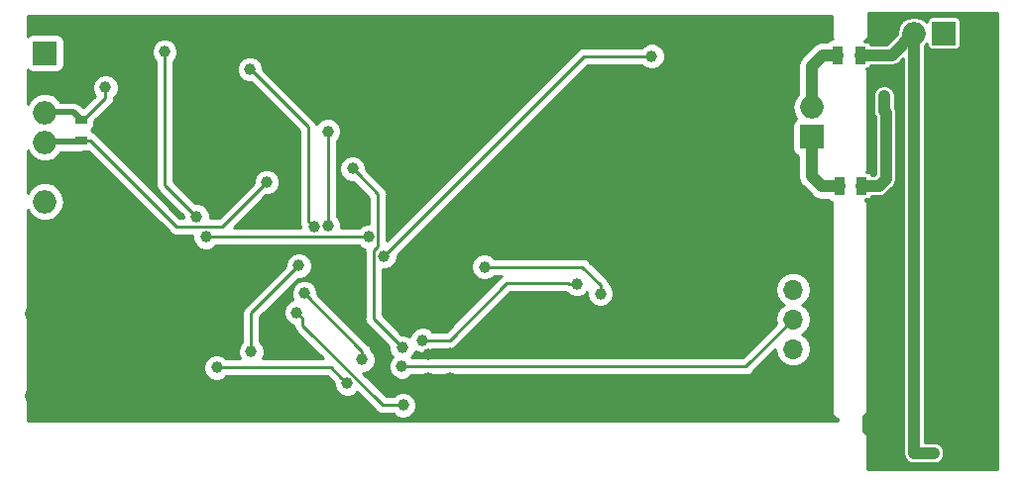
<source format=gbr>
%TF.GenerationSoftware,KiCad,Pcbnew,(6.0.0-rc1-dev-233-g53236a383)*%
%TF.CreationDate,2018-10-19T16:41:34+02:00*%
%TF.ProjectId,LEOLED_rev1,4C454F4C45445F726576312E6B696361,1*%
%TF.SameCoordinates,Original*%
%TF.FileFunction,Copper,L2,Bot,Signal*%
%TF.FilePolarity,Positive*%
%FSLAX46Y46*%
G04 Gerber Fmt 4.6, Leading zero omitted, Abs format (unit mm)*
G04 Created by KiCad (PCBNEW (6.0.0-rc1-dev-233-g53236a383)) date 10/19/18 16:41:34*
%MOMM*%
%LPD*%
G01*
G04 APERTURE LIST*
%ADD10C,3.500000*%
%ADD11R,1.998980X1.998980*%
%ADD12O,1.998980X1.998980*%
%ADD13R,0.970000X1.500000*%
%ADD14O,1.900000X1.200000*%
%ADD15C,1.450000*%
%ADD16O,1.700000X1.700000*%
%ADD17R,1.700000X1.700000*%
%ADD18R,1.000000X0.670000*%
%ADD19R,2.400000X0.840000*%
%ADD20C,0.500000*%
%ADD21C,1.000000*%
%ADD22C,0.250000*%
%ADD23C,0.500000*%
%ADD24C,0.254000*%
%ADD25C,1.000000*%
%ADD26C,0.300000*%
G04 APERTURE END LIST*
D10*
X81280000Y23799800D03*
X66065400Y6781800D03*
X64693800Y36703000D03*
X3454400Y18186400D03*
X81280000Y4368800D03*
D11*
X78994000Y37744400D03*
D12*
X76454000Y37744400D03*
D13*
X71943600Y24672800D03*
X70033600Y24672800D03*
X71843600Y35872800D03*
X69933600Y35872800D03*
D11*
X67688600Y28872800D03*
D12*
X67688600Y31412800D03*
X2184400Y23368000D03*
X2184400Y25908000D03*
X2184400Y30988000D03*
X2184400Y33528000D03*
D11*
X2184400Y36068000D03*
D12*
X2184400Y28448000D03*
D14*
X1388600Y6772800D03*
X1388600Y13772800D03*
D15*
X4088600Y7772800D03*
X4088600Y12772800D03*
D16*
X66088600Y10752800D03*
X66088600Y13292800D03*
X66088600Y15832800D03*
D17*
X66088600Y18372800D03*
D18*
X5288600Y30347800D03*
X5288600Y28597800D03*
D19*
X18384117Y26272279D03*
D20*
X18384117Y26272279D03*
X17434117Y26272279D03*
X19334117Y26272279D03*
D21*
X7458600Y34822800D03*
X16133596Y31772800D03*
X48358600Y23382800D03*
X36818600Y10332800D03*
X34913600Y10262800D03*
X36818600Y8227800D03*
X34913600Y8227800D03*
X27928600Y24229800D03*
X27928600Y22705800D03*
X29833600Y29055800D03*
X29833600Y30579800D03*
X28309600Y30579800D03*
X21128600Y25012800D03*
X49645600Y15487800D03*
X39739600Y17752800D03*
X19800600Y10513800D03*
X23864600Y17879800D03*
X12418600Y36172800D03*
X15128600Y22072800D03*
X73902600Y31087800D03*
X73902600Y32357800D03*
X82538600Y37437800D03*
X82538600Y35437800D03*
X82538600Y33437800D03*
X82538600Y31437800D03*
X82538600Y29437800D03*
X82538600Y27437800D03*
X82538600Y19437800D03*
X82538600Y17437800D03*
X82538600Y15437800D03*
X82538600Y13437800D03*
X82538600Y11437800D03*
X82538600Y9437800D03*
X82538600Y7437800D03*
X80633600Y13437800D03*
X80633600Y17437800D03*
X80633600Y11437800D03*
X80633600Y7437800D03*
X80633600Y9437800D03*
X80633600Y19437800D03*
X80633600Y15437800D03*
X76448600Y1812800D03*
X78128600Y1812800D03*
X7348600Y33122800D03*
X47638600Y16312800D03*
X34448600Y11512800D03*
X32668600Y9262800D03*
X23698600Y13882800D03*
X32799327Y5944078D03*
X24348600Y15512800D03*
X29298600Y9842800D03*
X16858600Y9152800D03*
X28010793Y7794993D03*
X26362847Y21285183D03*
X26368600Y29362800D03*
X32698600Y10882800D03*
X28471742Y26171528D03*
X25168600Y21167800D03*
X19688600Y34672800D03*
X29818600Y20342800D03*
X15955600Y20342800D03*
X54018600Y35782800D03*
X31148600Y18692800D03*
D22*
X48358600Y23382800D02*
X48848600Y23872800D01*
D23*
X5143600Y28452800D02*
X5288600Y28597800D01*
X2188600Y28452800D02*
X5143600Y28452800D01*
D24*
X13394601Y21245799D02*
X17361599Y21245799D01*
X5288600Y28597800D02*
X6042600Y28597800D01*
X6042600Y28597800D02*
X13394601Y21245799D01*
X17361599Y21245799D02*
X21128600Y25012800D01*
D22*
X49645600Y16194906D02*
X48087706Y17752800D01*
X49645600Y15487800D02*
X49645600Y16194906D01*
X48087706Y17752800D02*
X39739600Y17752800D01*
X19800600Y10513800D02*
X19800600Y11220906D01*
X19800600Y11220906D02*
X19800600Y13815800D01*
X19800600Y13815800D02*
X23864600Y17879800D01*
D24*
X12418600Y36172800D02*
X12418600Y24782800D01*
X12418600Y24782800D02*
X14628601Y22572799D01*
X14628601Y22572799D02*
X15128600Y22072800D01*
D25*
X73428600Y24672800D02*
X74029600Y25273800D01*
X71943600Y24672800D02*
X73428600Y24672800D01*
X74029600Y25273800D02*
X74029600Y30960800D01*
X74029600Y30960800D02*
X73902600Y31087800D01*
X73902600Y31087800D02*
X73902600Y31794906D01*
X73902600Y31794906D02*
X73902600Y32357800D01*
X76448600Y37772800D02*
X76448600Y1812800D01*
X78128600Y1812800D02*
X76448600Y1812800D01*
X74548600Y35872800D02*
X76448600Y37772800D01*
X71843600Y35872800D02*
X74548600Y35872800D01*
D23*
X4643600Y30992800D02*
X5288600Y30347800D01*
X2188600Y30992800D02*
X4643600Y30992800D01*
D24*
X5453600Y30347800D02*
X5288600Y30347800D01*
X7348600Y32242800D02*
X5453600Y30347800D01*
X7348600Y33122800D02*
X7348600Y32242800D01*
D22*
X46931494Y16312800D02*
X46851494Y16392800D01*
X47638600Y16312800D02*
X46931494Y16312800D01*
X46851494Y16392800D02*
X41638600Y16392800D01*
X41638600Y16392800D02*
X36758600Y11512800D01*
X36758600Y11512800D02*
X34448600Y11512800D01*
X62058600Y9262800D02*
X66088600Y13292800D01*
X32668600Y9262800D02*
X62058600Y9262800D01*
D24*
X31031278Y5944078D02*
X32092221Y5944078D01*
X23698600Y13882800D02*
X24198599Y13382801D01*
X24198599Y12776757D02*
X31031278Y5944078D01*
X24198599Y13382801D02*
X24198599Y12776757D01*
X32092221Y5944078D02*
X32799327Y5944078D01*
X24348600Y15512800D02*
X29298600Y10562800D01*
X29298600Y10562800D02*
X29298600Y10549906D01*
X29298600Y10549906D02*
X29298600Y9842800D01*
X27510794Y8294992D02*
X28010793Y7794993D01*
X26652986Y9152800D02*
X27510794Y8294992D01*
X16858600Y9152800D02*
X26652986Y9152800D01*
D22*
X26362847Y21285183D02*
X26362847Y29357047D01*
X26362847Y29357047D02*
X26368600Y29362800D01*
X32698600Y10882800D02*
X30243599Y13337801D01*
X30643601Y19548803D02*
X30643601Y23999669D01*
X30243599Y19148801D02*
X30643601Y19548803D01*
X30243599Y13337801D02*
X30243599Y19148801D01*
X28971741Y25671529D02*
X28471742Y26171528D01*
X30643601Y23999669D02*
X28971741Y25671529D01*
X24668601Y21667799D02*
X24668601Y29742799D01*
X25168600Y21167800D02*
X24668601Y21667799D01*
X24668601Y29742799D02*
X19738600Y34672800D01*
X19738600Y34672800D02*
X19688600Y34672800D01*
X15788600Y20342800D02*
X15955600Y20342800D01*
X29818600Y20342800D02*
X15955600Y20342800D01*
X48238600Y35782800D02*
X31648599Y19192799D01*
X31648599Y19192799D02*
X31148600Y18692800D01*
X54018600Y35782800D02*
X48238600Y35782800D01*
D25*
X67688600Y26873310D02*
X67679600Y26864310D01*
X67688600Y28872800D02*
X67688600Y26873310D01*
X67688600Y25532800D02*
X67688600Y26873310D01*
X68548600Y24672800D02*
X67688600Y25532800D01*
X70033600Y24672800D02*
X68548600Y24672800D01*
X69933600Y35872800D02*
X68609600Y35872800D01*
X67688600Y34951800D02*
X67688600Y31412800D01*
X68609600Y35872800D02*
X67688600Y34951800D01*
D24*
G36*
X69378601Y37642730D02*
X69364691Y37572800D01*
X69419795Y37295772D01*
X69438233Y37268178D01*
X69200835Y37220957D01*
X68990791Y37080609D01*
X68942141Y37007800D01*
X68721383Y37007800D01*
X68609600Y37030035D01*
X68497817Y37007800D01*
X68166745Y36941946D01*
X67791311Y36691089D01*
X67727989Y36596321D01*
X66965081Y35833413D01*
X66870311Y35770089D01*
X66654890Y35447688D01*
X66619454Y35394654D01*
X66531365Y34951800D01*
X66553600Y34840017D01*
X66553601Y32620201D01*
X66510199Y32591201D01*
X66148945Y32050546D01*
X66022089Y31412800D01*
X66148945Y30775054D01*
X66379907Y30429395D01*
X66231301Y30330099D01*
X66090953Y30120055D01*
X66041670Y29872290D01*
X66041670Y27873310D01*
X66090953Y27625545D01*
X66231301Y27415501D01*
X66441345Y27275153D01*
X66553601Y27252824D01*
X66553601Y27021344D01*
X66522365Y26864310D01*
X66553600Y26707281D01*
X66553600Y25644583D01*
X66531365Y25532800D01*
X66612760Y25123600D01*
X66619454Y25089946D01*
X66870311Y24714511D01*
X66965081Y24651187D01*
X67666989Y23949279D01*
X67730311Y23854511D01*
X67956866Y23703132D01*
X68105745Y23603654D01*
X68548600Y23515565D01*
X68660383Y23537800D01*
X69042141Y23537800D01*
X69090791Y23464991D01*
X69300835Y23324643D01*
X69410449Y23302840D01*
X69364691Y23072800D01*
X69378601Y23002869D01*
X69378600Y5542726D01*
X69364691Y5472800D01*
X69419795Y5195772D01*
X69576719Y4960919D01*
X69803965Y4809078D01*
X69811572Y4803995D01*
X69861600Y4794044D01*
X69861600Y4599800D01*
X698600Y4599800D01*
X698600Y9378566D01*
X15723600Y9378566D01*
X15723600Y8927034D01*
X15896393Y8509874D01*
X16215674Y8190593D01*
X16632834Y8017800D01*
X17084366Y8017800D01*
X17501526Y8190593D01*
X17701733Y8390800D01*
X26337356Y8390800D01*
X26875793Y7852362D01*
X26875793Y7569227D01*
X27048586Y7152067D01*
X27367867Y6832786D01*
X27785027Y6659993D01*
X28236559Y6659993D01*
X28653719Y6832786D01*
X28859329Y7038396D01*
X30439396Y5458329D01*
X30481907Y5394707D01*
X30545529Y5352196D01*
X30733959Y5226291D01*
X30733960Y5226291D01*
X30733961Y5226290D01*
X30956230Y5182078D01*
X30956234Y5182078D01*
X31031277Y5167151D01*
X31106320Y5182078D01*
X31956194Y5182078D01*
X32156401Y4981871D01*
X32573561Y4809078D01*
X33025093Y4809078D01*
X33442253Y4981871D01*
X33761534Y5301152D01*
X33934327Y5718312D01*
X33934327Y6169844D01*
X33761534Y6587004D01*
X33442253Y6906285D01*
X33025093Y7079078D01*
X32573561Y7079078D01*
X32156401Y6906285D01*
X31956194Y6706078D01*
X31346909Y6706078D01*
X29345187Y8707800D01*
X29524366Y8707800D01*
X29941526Y8880593D01*
X30260807Y9199874D01*
X30433600Y9617034D01*
X30433600Y10068566D01*
X30260807Y10485726D01*
X30048660Y10697873D01*
X30016388Y10860117D01*
X29847971Y11112171D01*
X29784350Y11154681D01*
X25483600Y15455430D01*
X25483600Y15738566D01*
X25310807Y16155726D01*
X24991526Y16475007D01*
X24574366Y16647800D01*
X24122834Y16647800D01*
X23705674Y16475007D01*
X23386393Y16155726D01*
X23213600Y15738566D01*
X23213600Y15287034D01*
X23346752Y14965575D01*
X23055674Y14845007D01*
X22736393Y14525726D01*
X22563600Y14108566D01*
X22563600Y13657034D01*
X22736393Y13239874D01*
X23055674Y12920593D01*
X23423355Y12768295D01*
X23436599Y12701714D01*
X23436599Y12701709D01*
X23480811Y12479440D01*
X23649229Y12227386D01*
X23712850Y12184876D01*
X25982926Y9914800D01*
X20781002Y9914800D01*
X20935600Y10288034D01*
X20935600Y10739566D01*
X20762807Y11156726D01*
X20560600Y11358933D01*
X20560600Y13500999D01*
X23804402Y16744800D01*
X24090366Y16744800D01*
X24507526Y16917593D01*
X24826807Y17236874D01*
X24999600Y17654034D01*
X24999600Y18105566D01*
X24826807Y18522726D01*
X24507526Y18842007D01*
X24090366Y19014800D01*
X23638834Y19014800D01*
X23221674Y18842007D01*
X22902393Y18522726D01*
X22729600Y18105566D01*
X22729600Y17819602D01*
X19316128Y14406129D01*
X19252672Y14363729D01*
X19210272Y14300273D01*
X19210271Y14300272D01*
X19084697Y14112337D01*
X19025712Y13815800D01*
X19040601Y13740948D01*
X19040600Y11358933D01*
X18838393Y11156726D01*
X18665600Y10739566D01*
X18665600Y10288034D01*
X18820198Y9914800D01*
X17701733Y9914800D01*
X17501526Y10115007D01*
X17084366Y10287800D01*
X16632834Y10287800D01*
X16215674Y10115007D01*
X15896393Y9795726D01*
X15723600Y9378566D01*
X698600Y9378566D01*
X698600Y22649654D01*
X1005999Y22189599D01*
X1546654Y21828345D01*
X2023420Y21733510D01*
X2345380Y21733510D01*
X2822146Y21828345D01*
X3362801Y22189599D01*
X3724055Y22730254D01*
X3850911Y23368000D01*
X3724055Y24005746D01*
X3362801Y24546401D01*
X2822146Y24907655D01*
X2345380Y25002490D01*
X2023420Y25002490D01*
X1546654Y24907655D01*
X1005999Y24546401D01*
X698600Y24086346D01*
X698600Y27729654D01*
X1005999Y27269599D01*
X1546654Y26908345D01*
X2023420Y26813510D01*
X2345380Y26813510D01*
X2822146Y26908345D01*
X3362801Y27269599D01*
X3562052Y27567800D01*
X5056439Y27567800D01*
X5143600Y27550463D01*
X5230761Y27567800D01*
X5230765Y27567800D01*
X5469866Y27615360D01*
X5788600Y27615360D01*
X5921062Y27641708D01*
X12802719Y20760050D01*
X12845230Y20696428D01*
X13097284Y20528011D01*
X13319553Y20483799D01*
X13319554Y20483799D01*
X13394601Y20468871D01*
X13469648Y20483799D01*
X14820600Y20483799D01*
X14820600Y20117034D01*
X14993393Y19699874D01*
X15312674Y19380593D01*
X15729834Y19207800D01*
X16181366Y19207800D01*
X16598526Y19380593D01*
X16800733Y19582800D01*
X28973467Y19582800D01*
X29175674Y19380593D01*
X29489002Y19250809D01*
X29468711Y19148801D01*
X29483600Y19073949D01*
X29483599Y13412648D01*
X29468711Y13337801D01*
X29483599Y13262954D01*
X29483599Y13262950D01*
X29527695Y13041265D01*
X29695670Y12789872D01*
X29759129Y12747470D01*
X31563600Y10942998D01*
X31563600Y10657034D01*
X31736393Y10239874D01*
X31888467Y10087800D01*
X31706393Y9905726D01*
X31533600Y9488566D01*
X31533600Y9037034D01*
X31706393Y8619874D01*
X32025674Y8300593D01*
X32442834Y8127800D01*
X32894366Y8127800D01*
X33311526Y8300593D01*
X33513733Y8502800D01*
X61983753Y8502800D01*
X62058600Y8487912D01*
X62133447Y8502800D01*
X62133452Y8502800D01*
X62355137Y8546896D01*
X62606529Y8714871D01*
X62648931Y8778330D01*
X64582620Y10712018D01*
X64689761Y10173382D01*
X65017975Y9682175D01*
X65509182Y9353961D01*
X65942344Y9267800D01*
X66234856Y9267800D01*
X66668018Y9353961D01*
X67159225Y9682175D01*
X67487439Y10173382D01*
X67602692Y10752800D01*
X67487439Y11332218D01*
X67159225Y11823425D01*
X66860839Y12022800D01*
X67159225Y12222175D01*
X67487439Y12713382D01*
X67602692Y13292800D01*
X67487439Y13872218D01*
X67159225Y14363425D01*
X66860839Y14562800D01*
X67159225Y14762175D01*
X67487439Y15253382D01*
X67602692Y15832800D01*
X67487439Y16412218D01*
X67159225Y16903425D01*
X66668018Y17231639D01*
X66234856Y17317800D01*
X65942344Y17317800D01*
X65509182Y17231639D01*
X65017975Y16903425D01*
X64689761Y16412218D01*
X64574508Y15832800D01*
X64689761Y15253382D01*
X65017975Y14762175D01*
X65316361Y14562800D01*
X65017975Y14363425D01*
X64689761Y13872218D01*
X64574508Y13292800D01*
X64647391Y12926392D01*
X61743799Y10022800D01*
X33513733Y10022800D01*
X33478733Y10057800D01*
X33660807Y10239874D01*
X33794245Y10562022D01*
X33805674Y10550593D01*
X34222834Y10377800D01*
X34674366Y10377800D01*
X35091526Y10550593D01*
X35293733Y10752800D01*
X36683753Y10752800D01*
X36758600Y10737912D01*
X36833447Y10752800D01*
X36833452Y10752800D01*
X37055137Y10796896D01*
X37306529Y10964871D01*
X37348931Y11028330D01*
X41953402Y15632800D01*
X46581223Y15632800D01*
X46634957Y15596896D01*
X46777780Y15568487D01*
X46995674Y15350593D01*
X47412834Y15177800D01*
X47864366Y15177800D01*
X48281526Y15350593D01*
X48510600Y15579667D01*
X48510600Y15262034D01*
X48683393Y14844874D01*
X49002674Y14525593D01*
X49419834Y14352800D01*
X49871366Y14352800D01*
X50288526Y14525593D01*
X50607807Y14844874D01*
X50780600Y15262034D01*
X50780600Y15713566D01*
X50607807Y16130726D01*
X50389913Y16348620D01*
X50361504Y16491443D01*
X50361504Y16491444D01*
X50235929Y16679379D01*
X50193529Y16742835D01*
X50130073Y16785235D01*
X48678037Y18237270D01*
X48635635Y18300729D01*
X48384243Y18468704D01*
X48162558Y18512800D01*
X48162553Y18512800D01*
X48087706Y18527688D01*
X48012859Y18512800D01*
X40584733Y18512800D01*
X40382526Y18715007D01*
X39965366Y18887800D01*
X39513834Y18887800D01*
X39096674Y18715007D01*
X38777393Y18395726D01*
X38604600Y17978566D01*
X38604600Y17527034D01*
X38777393Y17109874D01*
X39096674Y16790593D01*
X39513834Y16617800D01*
X39965366Y16617800D01*
X40382526Y16790593D01*
X40584733Y16992800D01*
X41168601Y16992800D01*
X41090671Y16940729D01*
X41048271Y16877273D01*
X36443799Y12272800D01*
X35293733Y12272800D01*
X35091526Y12475007D01*
X34674366Y12647800D01*
X34222834Y12647800D01*
X33805674Y12475007D01*
X33486393Y12155726D01*
X33352955Y11833578D01*
X33341526Y11845007D01*
X32924366Y12017800D01*
X32638402Y12017800D01*
X31003599Y13652602D01*
X31003599Y17557800D01*
X31374366Y17557800D01*
X31791526Y17730593D01*
X32110807Y18049874D01*
X32283600Y18467034D01*
X32283600Y18752999D01*
X48553403Y35022800D01*
X53173467Y35022800D01*
X53375674Y34820593D01*
X53792834Y34647800D01*
X54244366Y34647800D01*
X54661526Y34820593D01*
X54980807Y35139874D01*
X55153600Y35557034D01*
X55153600Y36008566D01*
X54980807Y36425726D01*
X54661526Y36745007D01*
X54244366Y36917800D01*
X53792834Y36917800D01*
X53375674Y36745007D01*
X53173467Y36542800D01*
X48313446Y36542800D01*
X48238599Y36557688D01*
X48163752Y36542800D01*
X48163748Y36542800D01*
X47942063Y36498704D01*
X47942061Y36498703D01*
X47942062Y36498703D01*
X47754126Y36373129D01*
X47754124Y36373127D01*
X47690671Y36330729D01*
X47648273Y36267276D01*
X31403601Y20022602D01*
X31403601Y23924823D01*
X31418489Y23999670D01*
X31403601Y24074517D01*
X31403601Y24074521D01*
X31359505Y24296206D01*
X31191530Y24547598D01*
X31128074Y24589998D01*
X29606742Y26111329D01*
X29606742Y26397294D01*
X29433949Y26814454D01*
X29114668Y27133735D01*
X28697508Y27306528D01*
X28245976Y27306528D01*
X27828816Y27133735D01*
X27509535Y26814454D01*
X27336742Y26397294D01*
X27336742Y25945762D01*
X27509535Y25528602D01*
X27828816Y25209321D01*
X28245976Y25036528D01*
X28531941Y25036528D01*
X29883602Y23684866D01*
X29883601Y21477800D01*
X29592834Y21477800D01*
X29175674Y21305007D01*
X28973467Y21102800D01*
X27497847Y21102800D01*
X27497847Y21510949D01*
X27325054Y21928109D01*
X27122847Y22130316D01*
X27122847Y28511914D01*
X27330807Y28719874D01*
X27503600Y29137034D01*
X27503600Y29588566D01*
X27330807Y30005726D01*
X27011526Y30325007D01*
X26594366Y30497800D01*
X26142834Y30497800D01*
X25725674Y30325007D01*
X25406393Y30005726D01*
X25396123Y29980931D01*
X25384505Y30039336D01*
X25216530Y30290728D01*
X25153074Y30333128D01*
X20823600Y34662601D01*
X20823600Y34898566D01*
X20650807Y35315726D01*
X20331526Y35635007D01*
X19914366Y35807800D01*
X19462834Y35807800D01*
X19045674Y35635007D01*
X18726393Y35315726D01*
X18553600Y34898566D01*
X18553600Y34447034D01*
X18726393Y34029874D01*
X19045674Y33710593D01*
X19462834Y33537800D01*
X19798799Y33537800D01*
X23908602Y29427996D01*
X23908601Y21742646D01*
X23893713Y21667799D01*
X23908601Y21592952D01*
X23908601Y21592948D01*
X23952697Y21371263D01*
X24033600Y21250183D01*
X24033600Y21102800D01*
X18296230Y21102800D01*
X21071231Y23877800D01*
X21354366Y23877800D01*
X21771526Y24050593D01*
X22090807Y24369874D01*
X22263600Y24787034D01*
X22263600Y25238566D01*
X22090807Y25655726D01*
X21771526Y25975007D01*
X21354366Y26147800D01*
X20902834Y26147800D01*
X20485674Y25975007D01*
X20166393Y25655726D01*
X19993600Y25238566D01*
X19993600Y24955431D01*
X17045969Y22007799D01*
X16263600Y22007799D01*
X16263600Y22298566D01*
X16090807Y22715726D01*
X15771526Y23035007D01*
X15354366Y23207800D01*
X15071231Y23207800D01*
X13180600Y25098430D01*
X13180600Y35329667D01*
X13380807Y35529874D01*
X13553600Y35947034D01*
X13553600Y36398566D01*
X13380807Y36815726D01*
X13061526Y37135007D01*
X12644366Y37307800D01*
X12192834Y37307800D01*
X11775674Y37135007D01*
X11456393Y36815726D01*
X11283600Y36398566D01*
X11283600Y35947034D01*
X11456393Y35529874D01*
X11656600Y35329667D01*
X11656601Y24857848D01*
X11641673Y24782800D01*
X11656601Y24707752D01*
X11700813Y24485483D01*
X11869230Y24233429D01*
X11932851Y24190919D01*
X13993600Y22130169D01*
X13993600Y22007799D01*
X13710232Y22007799D01*
X6634483Y29083547D01*
X6591971Y29147171D01*
X6339917Y29315588D01*
X6289887Y29325539D01*
X6246409Y29390609D01*
X6123402Y29472800D01*
X6246409Y29554991D01*
X6386757Y29765035D01*
X6436040Y30012800D01*
X6436040Y30252610D01*
X7834349Y31650918D01*
X7897971Y31693429D01*
X8066388Y31945483D01*
X8110600Y32167752D01*
X8110600Y32167753D01*
X8125528Y32242800D01*
X8116935Y32286002D01*
X8310807Y32479874D01*
X8483600Y32897034D01*
X8483600Y33348566D01*
X8310807Y33765726D01*
X7991526Y34085007D01*
X7574366Y34257800D01*
X7122834Y34257800D01*
X6705674Y34085007D01*
X6386393Y33765726D01*
X6213600Y33348566D01*
X6213600Y32897034D01*
X6386393Y32479874D01*
X6447218Y32419049D01*
X5458074Y31429904D01*
X5331025Y31556953D01*
X5281649Y31630849D01*
X4988910Y31826452D01*
X4730765Y31877800D01*
X4730761Y31877800D01*
X4643600Y31895137D01*
X4556439Y31877800D01*
X3555638Y31877800D01*
X3362801Y32166401D01*
X2822146Y32527655D01*
X2345380Y32622490D01*
X2023420Y32622490D01*
X1546654Y32527655D01*
X1005999Y32166401D01*
X698600Y31706346D01*
X698600Y34653355D01*
X727101Y34610701D01*
X937145Y34470353D01*
X1184910Y34421070D01*
X3183890Y34421070D01*
X3431655Y34470353D01*
X3641699Y34610701D01*
X3782047Y34820745D01*
X3831330Y35068510D01*
X3831330Y37067490D01*
X3782047Y37315255D01*
X3641699Y37525299D01*
X3431655Y37665647D01*
X3183890Y37714930D01*
X1184910Y37714930D01*
X937145Y37665647D01*
X727101Y37525299D01*
X698600Y37482645D01*
X698600Y39262800D01*
X69378600Y39262800D01*
X69378601Y37642730D01*
X69378601Y37642730D01*
G37*
X69378601Y37642730D02*
X69364691Y37572800D01*
X69419795Y37295772D01*
X69438233Y37268178D01*
X69200835Y37220957D01*
X68990791Y37080609D01*
X68942141Y37007800D01*
X68721383Y37007800D01*
X68609600Y37030035D01*
X68497817Y37007800D01*
X68166745Y36941946D01*
X67791311Y36691089D01*
X67727989Y36596321D01*
X66965081Y35833413D01*
X66870311Y35770089D01*
X66654890Y35447688D01*
X66619454Y35394654D01*
X66531365Y34951800D01*
X66553600Y34840017D01*
X66553601Y32620201D01*
X66510199Y32591201D01*
X66148945Y32050546D01*
X66022089Y31412800D01*
X66148945Y30775054D01*
X66379907Y30429395D01*
X66231301Y30330099D01*
X66090953Y30120055D01*
X66041670Y29872290D01*
X66041670Y27873310D01*
X66090953Y27625545D01*
X66231301Y27415501D01*
X66441345Y27275153D01*
X66553601Y27252824D01*
X66553601Y27021344D01*
X66522365Y26864310D01*
X66553600Y26707281D01*
X66553600Y25644583D01*
X66531365Y25532800D01*
X66612760Y25123600D01*
X66619454Y25089946D01*
X66870311Y24714511D01*
X66965081Y24651187D01*
X67666989Y23949279D01*
X67730311Y23854511D01*
X67956866Y23703132D01*
X68105745Y23603654D01*
X68548600Y23515565D01*
X68660383Y23537800D01*
X69042141Y23537800D01*
X69090791Y23464991D01*
X69300835Y23324643D01*
X69410449Y23302840D01*
X69364691Y23072800D01*
X69378601Y23002869D01*
X69378600Y5542726D01*
X69364691Y5472800D01*
X69419795Y5195772D01*
X69576719Y4960919D01*
X69803965Y4809078D01*
X69811572Y4803995D01*
X69861600Y4794044D01*
X69861600Y4599800D01*
X698600Y4599800D01*
X698600Y9378566D01*
X15723600Y9378566D01*
X15723600Y8927034D01*
X15896393Y8509874D01*
X16215674Y8190593D01*
X16632834Y8017800D01*
X17084366Y8017800D01*
X17501526Y8190593D01*
X17701733Y8390800D01*
X26337356Y8390800D01*
X26875793Y7852362D01*
X26875793Y7569227D01*
X27048586Y7152067D01*
X27367867Y6832786D01*
X27785027Y6659993D01*
X28236559Y6659993D01*
X28653719Y6832786D01*
X28859329Y7038396D01*
X30439396Y5458329D01*
X30481907Y5394707D01*
X30545529Y5352196D01*
X30733959Y5226291D01*
X30733960Y5226291D01*
X30733961Y5226290D01*
X30956230Y5182078D01*
X30956234Y5182078D01*
X31031277Y5167151D01*
X31106320Y5182078D01*
X31956194Y5182078D01*
X32156401Y4981871D01*
X32573561Y4809078D01*
X33025093Y4809078D01*
X33442253Y4981871D01*
X33761534Y5301152D01*
X33934327Y5718312D01*
X33934327Y6169844D01*
X33761534Y6587004D01*
X33442253Y6906285D01*
X33025093Y7079078D01*
X32573561Y7079078D01*
X32156401Y6906285D01*
X31956194Y6706078D01*
X31346909Y6706078D01*
X29345187Y8707800D01*
X29524366Y8707800D01*
X29941526Y8880593D01*
X30260807Y9199874D01*
X30433600Y9617034D01*
X30433600Y10068566D01*
X30260807Y10485726D01*
X30048660Y10697873D01*
X30016388Y10860117D01*
X29847971Y11112171D01*
X29784350Y11154681D01*
X25483600Y15455430D01*
X25483600Y15738566D01*
X25310807Y16155726D01*
X24991526Y16475007D01*
X24574366Y16647800D01*
X24122834Y16647800D01*
X23705674Y16475007D01*
X23386393Y16155726D01*
X23213600Y15738566D01*
X23213600Y15287034D01*
X23346752Y14965575D01*
X23055674Y14845007D01*
X22736393Y14525726D01*
X22563600Y14108566D01*
X22563600Y13657034D01*
X22736393Y13239874D01*
X23055674Y12920593D01*
X23423355Y12768295D01*
X23436599Y12701714D01*
X23436599Y12701709D01*
X23480811Y12479440D01*
X23649229Y12227386D01*
X23712850Y12184876D01*
X25982926Y9914800D01*
X20781002Y9914800D01*
X20935600Y10288034D01*
X20935600Y10739566D01*
X20762807Y11156726D01*
X20560600Y11358933D01*
X20560600Y13500999D01*
X23804402Y16744800D01*
X24090366Y16744800D01*
X24507526Y16917593D01*
X24826807Y17236874D01*
X24999600Y17654034D01*
X24999600Y18105566D01*
X24826807Y18522726D01*
X24507526Y18842007D01*
X24090366Y19014800D01*
X23638834Y19014800D01*
X23221674Y18842007D01*
X22902393Y18522726D01*
X22729600Y18105566D01*
X22729600Y17819602D01*
X19316128Y14406129D01*
X19252672Y14363729D01*
X19210272Y14300273D01*
X19210271Y14300272D01*
X19084697Y14112337D01*
X19025712Y13815800D01*
X19040601Y13740948D01*
X19040600Y11358933D01*
X18838393Y11156726D01*
X18665600Y10739566D01*
X18665600Y10288034D01*
X18820198Y9914800D01*
X17701733Y9914800D01*
X17501526Y10115007D01*
X17084366Y10287800D01*
X16632834Y10287800D01*
X16215674Y10115007D01*
X15896393Y9795726D01*
X15723600Y9378566D01*
X698600Y9378566D01*
X698600Y22649654D01*
X1005999Y22189599D01*
X1546654Y21828345D01*
X2023420Y21733510D01*
X2345380Y21733510D01*
X2822146Y21828345D01*
X3362801Y22189599D01*
X3724055Y22730254D01*
X3850911Y23368000D01*
X3724055Y24005746D01*
X3362801Y24546401D01*
X2822146Y24907655D01*
X2345380Y25002490D01*
X2023420Y25002490D01*
X1546654Y24907655D01*
X1005999Y24546401D01*
X698600Y24086346D01*
X698600Y27729654D01*
X1005999Y27269599D01*
X1546654Y26908345D01*
X2023420Y26813510D01*
X2345380Y26813510D01*
X2822146Y26908345D01*
X3362801Y27269599D01*
X3562052Y27567800D01*
X5056439Y27567800D01*
X5143600Y27550463D01*
X5230761Y27567800D01*
X5230765Y27567800D01*
X5469866Y27615360D01*
X5788600Y27615360D01*
X5921062Y27641708D01*
X12802719Y20760050D01*
X12845230Y20696428D01*
X13097284Y20528011D01*
X13319553Y20483799D01*
X13319554Y20483799D01*
X13394601Y20468871D01*
X13469648Y20483799D01*
X14820600Y20483799D01*
X14820600Y20117034D01*
X14993393Y19699874D01*
X15312674Y19380593D01*
X15729834Y19207800D01*
X16181366Y19207800D01*
X16598526Y19380593D01*
X16800733Y19582800D01*
X28973467Y19582800D01*
X29175674Y19380593D01*
X29489002Y19250809D01*
X29468711Y19148801D01*
X29483600Y19073949D01*
X29483599Y13412648D01*
X29468711Y13337801D01*
X29483599Y13262954D01*
X29483599Y13262950D01*
X29527695Y13041265D01*
X29695670Y12789872D01*
X29759129Y12747470D01*
X31563600Y10942998D01*
X31563600Y10657034D01*
X31736393Y10239874D01*
X31888467Y10087800D01*
X31706393Y9905726D01*
X31533600Y9488566D01*
X31533600Y9037034D01*
X31706393Y8619874D01*
X32025674Y8300593D01*
X32442834Y8127800D01*
X32894366Y8127800D01*
X33311526Y8300593D01*
X33513733Y8502800D01*
X61983753Y8502800D01*
X62058600Y8487912D01*
X62133447Y8502800D01*
X62133452Y8502800D01*
X62355137Y8546896D01*
X62606529Y8714871D01*
X62648931Y8778330D01*
X64582620Y10712018D01*
X64689761Y10173382D01*
X65017975Y9682175D01*
X65509182Y9353961D01*
X65942344Y9267800D01*
X66234856Y9267800D01*
X66668018Y9353961D01*
X67159225Y9682175D01*
X67487439Y10173382D01*
X67602692Y10752800D01*
X67487439Y11332218D01*
X67159225Y11823425D01*
X66860839Y12022800D01*
X67159225Y12222175D01*
X67487439Y12713382D01*
X67602692Y13292800D01*
X67487439Y13872218D01*
X67159225Y14363425D01*
X66860839Y14562800D01*
X67159225Y14762175D01*
X67487439Y15253382D01*
X67602692Y15832800D01*
X67487439Y16412218D01*
X67159225Y16903425D01*
X66668018Y17231639D01*
X66234856Y17317800D01*
X65942344Y17317800D01*
X65509182Y17231639D01*
X65017975Y16903425D01*
X64689761Y16412218D01*
X64574508Y15832800D01*
X64689761Y15253382D01*
X65017975Y14762175D01*
X65316361Y14562800D01*
X65017975Y14363425D01*
X64689761Y13872218D01*
X64574508Y13292800D01*
X64647391Y12926392D01*
X61743799Y10022800D01*
X33513733Y10022800D01*
X33478733Y10057800D01*
X33660807Y10239874D01*
X33794245Y10562022D01*
X33805674Y10550593D01*
X34222834Y10377800D01*
X34674366Y10377800D01*
X35091526Y10550593D01*
X35293733Y10752800D01*
X36683753Y10752800D01*
X36758600Y10737912D01*
X36833447Y10752800D01*
X36833452Y10752800D01*
X37055137Y10796896D01*
X37306529Y10964871D01*
X37348931Y11028330D01*
X41953402Y15632800D01*
X46581223Y15632800D01*
X46634957Y15596896D01*
X46777780Y15568487D01*
X46995674Y15350593D01*
X47412834Y15177800D01*
X47864366Y15177800D01*
X48281526Y15350593D01*
X48510600Y15579667D01*
X48510600Y15262034D01*
X48683393Y14844874D01*
X49002674Y14525593D01*
X49419834Y14352800D01*
X49871366Y14352800D01*
X50288526Y14525593D01*
X50607807Y14844874D01*
X50780600Y15262034D01*
X50780600Y15713566D01*
X50607807Y16130726D01*
X50389913Y16348620D01*
X50361504Y16491443D01*
X50361504Y16491444D01*
X50235929Y16679379D01*
X50193529Y16742835D01*
X50130073Y16785235D01*
X48678037Y18237270D01*
X48635635Y18300729D01*
X48384243Y18468704D01*
X48162558Y18512800D01*
X48162553Y18512800D01*
X48087706Y18527688D01*
X48012859Y18512800D01*
X40584733Y18512800D01*
X40382526Y18715007D01*
X39965366Y18887800D01*
X39513834Y18887800D01*
X39096674Y18715007D01*
X38777393Y18395726D01*
X38604600Y17978566D01*
X38604600Y17527034D01*
X38777393Y17109874D01*
X39096674Y16790593D01*
X39513834Y16617800D01*
X39965366Y16617800D01*
X40382526Y16790593D01*
X40584733Y16992800D01*
X41168601Y16992800D01*
X41090671Y16940729D01*
X41048271Y16877273D01*
X36443799Y12272800D01*
X35293733Y12272800D01*
X35091526Y12475007D01*
X34674366Y12647800D01*
X34222834Y12647800D01*
X33805674Y12475007D01*
X33486393Y12155726D01*
X33352955Y11833578D01*
X33341526Y11845007D01*
X32924366Y12017800D01*
X32638402Y12017800D01*
X31003599Y13652602D01*
X31003599Y17557800D01*
X31374366Y17557800D01*
X31791526Y17730593D01*
X32110807Y18049874D01*
X32283600Y18467034D01*
X32283600Y18752999D01*
X48553403Y35022800D01*
X53173467Y35022800D01*
X53375674Y34820593D01*
X53792834Y34647800D01*
X54244366Y34647800D01*
X54661526Y34820593D01*
X54980807Y35139874D01*
X55153600Y35557034D01*
X55153600Y36008566D01*
X54980807Y36425726D01*
X54661526Y36745007D01*
X54244366Y36917800D01*
X53792834Y36917800D01*
X53375674Y36745007D01*
X53173467Y36542800D01*
X48313446Y36542800D01*
X48238599Y36557688D01*
X48163752Y36542800D01*
X48163748Y36542800D01*
X47942063Y36498704D01*
X47942061Y36498703D01*
X47942062Y36498703D01*
X47754126Y36373129D01*
X47754124Y36373127D01*
X47690671Y36330729D01*
X47648273Y36267276D01*
X31403601Y20022602D01*
X31403601Y23924823D01*
X31418489Y23999670D01*
X31403601Y24074517D01*
X31403601Y24074521D01*
X31359505Y24296206D01*
X31191530Y24547598D01*
X31128074Y24589998D01*
X29606742Y26111329D01*
X29606742Y26397294D01*
X29433949Y26814454D01*
X29114668Y27133735D01*
X28697508Y27306528D01*
X28245976Y27306528D01*
X27828816Y27133735D01*
X27509535Y26814454D01*
X27336742Y26397294D01*
X27336742Y25945762D01*
X27509535Y25528602D01*
X27828816Y25209321D01*
X28245976Y25036528D01*
X28531941Y25036528D01*
X29883602Y23684866D01*
X29883601Y21477800D01*
X29592834Y21477800D01*
X29175674Y21305007D01*
X28973467Y21102800D01*
X27497847Y21102800D01*
X27497847Y21510949D01*
X27325054Y21928109D01*
X27122847Y22130316D01*
X27122847Y28511914D01*
X27330807Y28719874D01*
X27503600Y29137034D01*
X27503600Y29588566D01*
X27330807Y30005726D01*
X27011526Y30325007D01*
X26594366Y30497800D01*
X26142834Y30497800D01*
X25725674Y30325007D01*
X25406393Y30005726D01*
X25396123Y29980931D01*
X25384505Y30039336D01*
X25216530Y30290728D01*
X25153074Y30333128D01*
X20823600Y34662601D01*
X20823600Y34898566D01*
X20650807Y35315726D01*
X20331526Y35635007D01*
X19914366Y35807800D01*
X19462834Y35807800D01*
X19045674Y35635007D01*
X18726393Y35315726D01*
X18553600Y34898566D01*
X18553600Y34447034D01*
X18726393Y34029874D01*
X19045674Y33710593D01*
X19462834Y33537800D01*
X19798799Y33537800D01*
X23908602Y29427996D01*
X23908601Y21742646D01*
X23893713Y21667799D01*
X23908601Y21592952D01*
X23908601Y21592948D01*
X23952697Y21371263D01*
X24033600Y21250183D01*
X24033600Y21102800D01*
X18296230Y21102800D01*
X21071231Y23877800D01*
X21354366Y23877800D01*
X21771526Y24050593D01*
X22090807Y24369874D01*
X22263600Y24787034D01*
X22263600Y25238566D01*
X22090807Y25655726D01*
X21771526Y25975007D01*
X21354366Y26147800D01*
X20902834Y26147800D01*
X20485674Y25975007D01*
X20166393Y25655726D01*
X19993600Y25238566D01*
X19993600Y24955431D01*
X17045969Y22007799D01*
X16263600Y22007799D01*
X16263600Y22298566D01*
X16090807Y22715726D01*
X15771526Y23035007D01*
X15354366Y23207800D01*
X15071231Y23207800D01*
X13180600Y25098430D01*
X13180600Y35329667D01*
X13380807Y35529874D01*
X13553600Y35947034D01*
X13553600Y36398566D01*
X13380807Y36815726D01*
X13061526Y37135007D01*
X12644366Y37307800D01*
X12192834Y37307800D01*
X11775674Y37135007D01*
X11456393Y36815726D01*
X11283600Y36398566D01*
X11283600Y35947034D01*
X11456393Y35529874D01*
X11656600Y35329667D01*
X11656601Y24857848D01*
X11641673Y24782800D01*
X11656601Y24707752D01*
X11700813Y24485483D01*
X11869230Y24233429D01*
X11932851Y24190919D01*
X13993600Y22130169D01*
X13993600Y22007799D01*
X13710232Y22007799D01*
X6634483Y29083547D01*
X6591971Y29147171D01*
X6339917Y29315588D01*
X6289887Y29325539D01*
X6246409Y29390609D01*
X6123402Y29472800D01*
X6246409Y29554991D01*
X6386757Y29765035D01*
X6436040Y30012800D01*
X6436040Y30252610D01*
X7834349Y31650918D01*
X7897971Y31693429D01*
X8066388Y31945483D01*
X8110600Y32167752D01*
X8110600Y32167753D01*
X8125528Y32242800D01*
X8116935Y32286002D01*
X8310807Y32479874D01*
X8483600Y32897034D01*
X8483600Y33348566D01*
X8310807Y33765726D01*
X7991526Y34085007D01*
X7574366Y34257800D01*
X7122834Y34257800D01*
X6705674Y34085007D01*
X6386393Y33765726D01*
X6213600Y33348566D01*
X6213600Y32897034D01*
X6386393Y32479874D01*
X6447218Y32419049D01*
X5458074Y31429904D01*
X5331025Y31556953D01*
X5281649Y31630849D01*
X4988910Y31826452D01*
X4730765Y31877800D01*
X4730761Y31877800D01*
X4643600Y31895137D01*
X4556439Y31877800D01*
X3555638Y31877800D01*
X3362801Y32166401D01*
X2822146Y32527655D01*
X2345380Y32622490D01*
X2023420Y32622490D01*
X1546654Y32527655D01*
X1005999Y32166401D01*
X698600Y31706346D01*
X698600Y34653355D01*
X727101Y34610701D01*
X937145Y34470353D01*
X1184910Y34421070D01*
X3183890Y34421070D01*
X3431655Y34470353D01*
X3641699Y34610701D01*
X3782047Y34820745D01*
X3831330Y35068510D01*
X3831330Y37067490D01*
X3782047Y37315255D01*
X3641699Y37525299D01*
X3431655Y37665647D01*
X3183890Y37714930D01*
X1184910Y37714930D01*
X937145Y37665647D01*
X727101Y37525299D01*
X698600Y37482645D01*
X698600Y39262800D01*
X69378600Y39262800D01*
X69378601Y37642730D01*
D26*
G36*
X83563600Y497800D02*
X72513600Y497800D01*
X72513600Y3121094D01*
X72523885Y3172800D01*
X72483139Y3377645D01*
X72367104Y3551304D01*
X72193445Y3667339D01*
X72147860Y3676406D01*
X72151094Y4969837D01*
X72193445Y4978261D01*
X72367104Y5094296D01*
X72483139Y5267955D01*
X72523885Y5472800D01*
X72513600Y5524506D01*
X72513600Y23021094D01*
X72523885Y23072800D01*
X72483139Y23277645D01*
X72367104Y23451304D01*
X72348127Y23463984D01*
X72428600Y23463984D01*
X72604181Y23498909D01*
X72753032Y23598368D01*
X72836175Y23722800D01*
X73335041Y23722800D01*
X73428600Y23704190D01*
X73522159Y23722800D01*
X73522164Y23722800D01*
X73799271Y23777920D01*
X74113511Y23987889D01*
X74166512Y24067210D01*
X74635189Y24535888D01*
X74714511Y24588889D01*
X74924480Y24903129D01*
X74979600Y25180236D01*
X74979600Y25180240D01*
X74998210Y25273799D01*
X74979600Y25367358D01*
X74979600Y30867242D01*
X74998210Y30960801D01*
X74979600Y31054360D01*
X74979600Y31054364D01*
X74924480Y31331471D01*
X74852600Y31439047D01*
X74852600Y32546767D01*
X74816091Y32634908D01*
X74797480Y32728471D01*
X74744481Y32807790D01*
X74707971Y32895932D01*
X74640509Y32963394D01*
X74587511Y33042711D01*
X74508194Y33095709D01*
X74440732Y33163171D01*
X74352590Y33199681D01*
X74273271Y33252680D01*
X74179708Y33271291D01*
X74091567Y33307800D01*
X73996164Y33307800D01*
X73902600Y33326411D01*
X73809036Y33307800D01*
X73713633Y33307800D01*
X73625492Y33271291D01*
X73531930Y33252680D01*
X73452613Y33199682D01*
X73364468Y33163171D01*
X73297004Y33095707D01*
X73217690Y33042711D01*
X73164693Y32963396D01*
X73097229Y32895932D01*
X73060719Y32807789D01*
X73007720Y32728471D01*
X72989109Y32634908D01*
X72952600Y32546767D01*
X72952600Y31181359D01*
X72933990Y31087800D01*
X72952600Y30994241D01*
X72952600Y30898833D01*
X72989109Y30810691D01*
X73007720Y30717130D01*
X73060718Y30637812D01*
X73079601Y30592226D01*
X73079600Y25667302D01*
X73035098Y25622800D01*
X72836175Y25622800D01*
X72753032Y25747232D01*
X72604181Y25846691D01*
X72428600Y25881616D01*
X72425449Y25881616D01*
X72483139Y25967955D01*
X72523885Y26172800D01*
X72513600Y26224506D01*
X72513600Y34321094D01*
X72523885Y34372800D01*
X72483139Y34577645D01*
X72414087Y34680988D01*
X72504181Y34698909D01*
X72653032Y34798368D01*
X72736175Y34922800D01*
X74455041Y34922800D01*
X74548600Y34904190D01*
X74642159Y34922800D01*
X74642164Y34922800D01*
X74919271Y34977920D01*
X75233511Y35187889D01*
X75286511Y35267209D01*
X75498600Y35479298D01*
X75498601Y2001769D01*
X75498600Y2001767D01*
X75498600Y1906364D01*
X75479989Y1812800D01*
X75498600Y1719236D01*
X75498600Y1623833D01*
X75535109Y1535692D01*
X75553720Y1442129D01*
X75606719Y1362810D01*
X75643229Y1274668D01*
X75710691Y1207206D01*
X75763689Y1127889D01*
X75843006Y1074891D01*
X75910468Y1007429D01*
X75998610Y970919D01*
X76077929Y917920D01*
X76171492Y899309D01*
X76259633Y862800D01*
X76355036Y862800D01*
X76448600Y844189D01*
X76542164Y862800D01*
X78317567Y862800D01*
X78405708Y899309D01*
X78499271Y917920D01*
X78578590Y970919D01*
X78666732Y1007429D01*
X78734194Y1074891D01*
X78813511Y1127889D01*
X78866509Y1207206D01*
X78933971Y1274668D01*
X78970481Y1362810D01*
X79023480Y1442129D01*
X79042091Y1535692D01*
X79078600Y1623833D01*
X79078600Y1719236D01*
X79097211Y1812800D01*
X79078600Y1906364D01*
X79078600Y2001767D01*
X79042091Y2089908D01*
X79023480Y2183471D01*
X78970481Y2262790D01*
X78933971Y2350932D01*
X78866509Y2418394D01*
X78813511Y2497711D01*
X78734194Y2550709D01*
X78666732Y2618171D01*
X78578590Y2654681D01*
X78499271Y2707680D01*
X78405708Y2726291D01*
X78317567Y2762800D01*
X77398600Y2762800D01*
X77398600Y36632275D01*
X77499024Y36699376D01*
X77535694Y36754256D01*
X77535694Y36744910D01*
X77570619Y36569329D01*
X77670078Y36420478D01*
X77818929Y36321019D01*
X77994510Y36286094D01*
X79993490Y36286094D01*
X80169071Y36321019D01*
X80317922Y36420478D01*
X80417381Y36569329D01*
X80452306Y36744910D01*
X80452306Y38743890D01*
X80417381Y38919471D01*
X80317922Y39068322D01*
X80169071Y39167781D01*
X79993490Y39202706D01*
X77994510Y39202706D01*
X77818929Y39167781D01*
X77670078Y39068322D01*
X77570619Y38919471D01*
X77535694Y38743890D01*
X77535694Y38734544D01*
X77499024Y38789424D01*
X77019563Y39109790D01*
X76596762Y39193890D01*
X76311238Y39193890D01*
X75888437Y39109790D01*
X75408976Y38789424D01*
X75088610Y38309963D01*
X74976113Y37744400D01*
X74992801Y37660504D01*
X74155098Y36822800D01*
X72736175Y36822800D01*
X72653032Y36947232D01*
X72504181Y37046691D01*
X72328600Y37081616D01*
X72298466Y37081616D01*
X72467104Y37194296D01*
X72583139Y37367955D01*
X72623885Y37572800D01*
X72613600Y37624506D01*
X72613600Y39447800D01*
X83563601Y39447800D01*
X83563600Y497800D01*
X83563600Y497800D01*
G37*
X83563600Y497800D02*
X72513600Y497800D01*
X72513600Y3121094D01*
X72523885Y3172800D01*
X72483139Y3377645D01*
X72367104Y3551304D01*
X72193445Y3667339D01*
X72147860Y3676406D01*
X72151094Y4969837D01*
X72193445Y4978261D01*
X72367104Y5094296D01*
X72483139Y5267955D01*
X72523885Y5472800D01*
X72513600Y5524506D01*
X72513600Y23021094D01*
X72523885Y23072800D01*
X72483139Y23277645D01*
X72367104Y23451304D01*
X72348127Y23463984D01*
X72428600Y23463984D01*
X72604181Y23498909D01*
X72753032Y23598368D01*
X72836175Y23722800D01*
X73335041Y23722800D01*
X73428600Y23704190D01*
X73522159Y23722800D01*
X73522164Y23722800D01*
X73799271Y23777920D01*
X74113511Y23987889D01*
X74166512Y24067210D01*
X74635189Y24535888D01*
X74714511Y24588889D01*
X74924480Y24903129D01*
X74979600Y25180236D01*
X74979600Y25180240D01*
X74998210Y25273799D01*
X74979600Y25367358D01*
X74979600Y30867242D01*
X74998210Y30960801D01*
X74979600Y31054360D01*
X74979600Y31054364D01*
X74924480Y31331471D01*
X74852600Y31439047D01*
X74852600Y32546767D01*
X74816091Y32634908D01*
X74797480Y32728471D01*
X74744481Y32807790D01*
X74707971Y32895932D01*
X74640509Y32963394D01*
X74587511Y33042711D01*
X74508194Y33095709D01*
X74440732Y33163171D01*
X74352590Y33199681D01*
X74273271Y33252680D01*
X74179708Y33271291D01*
X74091567Y33307800D01*
X73996164Y33307800D01*
X73902600Y33326411D01*
X73809036Y33307800D01*
X73713633Y33307800D01*
X73625492Y33271291D01*
X73531930Y33252680D01*
X73452613Y33199682D01*
X73364468Y33163171D01*
X73297004Y33095707D01*
X73217690Y33042711D01*
X73164693Y32963396D01*
X73097229Y32895932D01*
X73060719Y32807789D01*
X73007720Y32728471D01*
X72989109Y32634908D01*
X72952600Y32546767D01*
X72952600Y31181359D01*
X72933990Y31087800D01*
X72952600Y30994241D01*
X72952600Y30898833D01*
X72989109Y30810691D01*
X73007720Y30717130D01*
X73060718Y30637812D01*
X73079601Y30592226D01*
X73079600Y25667302D01*
X73035098Y25622800D01*
X72836175Y25622800D01*
X72753032Y25747232D01*
X72604181Y25846691D01*
X72428600Y25881616D01*
X72425449Y25881616D01*
X72483139Y25967955D01*
X72523885Y26172800D01*
X72513600Y26224506D01*
X72513600Y34321094D01*
X72523885Y34372800D01*
X72483139Y34577645D01*
X72414087Y34680988D01*
X72504181Y34698909D01*
X72653032Y34798368D01*
X72736175Y34922800D01*
X74455041Y34922800D01*
X74548600Y34904190D01*
X74642159Y34922800D01*
X74642164Y34922800D01*
X74919271Y34977920D01*
X75233511Y35187889D01*
X75286511Y35267209D01*
X75498600Y35479298D01*
X75498601Y2001769D01*
X75498600Y2001767D01*
X75498600Y1906364D01*
X75479989Y1812800D01*
X75498600Y1719236D01*
X75498600Y1623833D01*
X75535109Y1535692D01*
X75553720Y1442129D01*
X75606719Y1362810D01*
X75643229Y1274668D01*
X75710691Y1207206D01*
X75763689Y1127889D01*
X75843006Y1074891D01*
X75910468Y1007429D01*
X75998610Y970919D01*
X76077929Y917920D01*
X76171492Y899309D01*
X76259633Y862800D01*
X76355036Y862800D01*
X76448600Y844189D01*
X76542164Y862800D01*
X78317567Y862800D01*
X78405708Y899309D01*
X78499271Y917920D01*
X78578590Y970919D01*
X78666732Y1007429D01*
X78734194Y1074891D01*
X78813511Y1127889D01*
X78866509Y1207206D01*
X78933971Y1274668D01*
X78970481Y1362810D01*
X79023480Y1442129D01*
X79042091Y1535692D01*
X79078600Y1623833D01*
X79078600Y1719236D01*
X79097211Y1812800D01*
X79078600Y1906364D01*
X79078600Y2001767D01*
X79042091Y2089908D01*
X79023480Y2183471D01*
X78970481Y2262790D01*
X78933971Y2350932D01*
X78866509Y2418394D01*
X78813511Y2497711D01*
X78734194Y2550709D01*
X78666732Y2618171D01*
X78578590Y2654681D01*
X78499271Y2707680D01*
X78405708Y2726291D01*
X78317567Y2762800D01*
X77398600Y2762800D01*
X77398600Y36632275D01*
X77499024Y36699376D01*
X77535694Y36754256D01*
X77535694Y36744910D01*
X77570619Y36569329D01*
X77670078Y36420478D01*
X77818929Y36321019D01*
X77994510Y36286094D01*
X79993490Y36286094D01*
X80169071Y36321019D01*
X80317922Y36420478D01*
X80417381Y36569329D01*
X80452306Y36744910D01*
X80452306Y38743890D01*
X80417381Y38919471D01*
X80317922Y39068322D01*
X80169071Y39167781D01*
X79993490Y39202706D01*
X77994510Y39202706D01*
X77818929Y39167781D01*
X77670078Y39068322D01*
X77570619Y38919471D01*
X77535694Y38743890D01*
X77535694Y38734544D01*
X77499024Y38789424D01*
X77019563Y39109790D01*
X76596762Y39193890D01*
X76311238Y39193890D01*
X75888437Y39109790D01*
X75408976Y38789424D01*
X75088610Y38309963D01*
X74976113Y37744400D01*
X74992801Y37660504D01*
X74155098Y36822800D01*
X72736175Y36822800D01*
X72653032Y36947232D01*
X72504181Y37046691D01*
X72328600Y37081616D01*
X72298466Y37081616D01*
X72467104Y37194296D01*
X72583139Y37367955D01*
X72623885Y37572800D01*
X72613600Y37624506D01*
X72613600Y39447800D01*
X83563601Y39447800D01*
X83563600Y497800D01*
M02*

</source>
